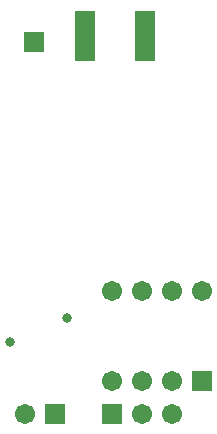
<source format=gbs>
G04 Layer_Color=16711935*
%FSLAX25Y25*%
%MOIN*%
G70*
G01*
G75*
%ADD27R,0.06784X0.16784*%
%ADD32C,0.06706*%
%ADD33R,0.06706X0.06706*%
%ADD34R,0.06706X0.06706*%
%ADD35C,0.03200*%
D27*
X33000Y135945D02*
D03*
X53000D02*
D03*
D32*
X13000Y10000D02*
D03*
X42000Y51000D02*
D03*
X52000D02*
D03*
X62000D02*
D03*
X72000D02*
D03*
X42000Y21000D02*
D03*
X52000D02*
D03*
X62000D02*
D03*
Y10000D02*
D03*
X52000D02*
D03*
D33*
X23000Y10000D02*
D03*
X42000Y10000D02*
D03*
X16000Y134000D02*
D03*
D34*
X72000Y21000D02*
D03*
D35*
X8000Y34000D02*
D03*
X27000Y42000D02*
D03*
M02*

</source>
